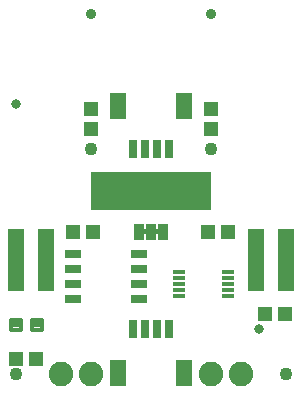
<source format=gts>
G75*
%MOIN*%
%OFA0B0*%
%FSLAX25Y25*%
%IPPOS*%
%LPD*%
%AMOC8*
5,1,8,0,0,1.08239X$1,22.5*
%
%ADD10C,0.04343*%
%ADD11C,0.03556*%
%ADD12R,0.40000X0.12500*%
%ADD13R,0.05131X0.04737*%
%ADD14R,0.05524X0.03162*%
%ADD15R,0.05524X0.08674*%
%ADD16R,0.03162X0.06115*%
%ADD17R,0.04737X0.05131*%
%ADD18R,0.03300X0.05800*%
%ADD19C,0.00500*%
%ADD20C,0.08200*%
%ADD21C,0.03300*%
%ADD22R,0.04331X0.01575*%
%ADD23C,0.01421*%
%ADD24R,0.05800X0.20800*%
D10*
X0133333Y0050000D03*
X0223333Y0050000D03*
X0198333Y0125000D03*
X0158333Y0125000D03*
D11*
X0158333Y0170000D03*
X0198333Y0170000D03*
D12*
X0178333Y0111250D03*
D13*
X0159180Y0097500D03*
X0152487Y0097500D03*
X0197487Y0097500D03*
X0204180Y0097500D03*
X0216487Y0070000D03*
X0223180Y0070000D03*
X0140180Y0055000D03*
X0133487Y0055000D03*
D14*
X0152310Y0075000D03*
X0152310Y0080000D03*
X0152310Y0085000D03*
X0152310Y0090000D03*
X0174357Y0090000D03*
X0174357Y0085000D03*
X0174357Y0080000D03*
X0174357Y0075000D03*
D15*
X0167310Y0050531D03*
X0189357Y0050531D03*
X0189357Y0139469D03*
X0167310Y0139469D03*
D16*
X0172428Y0125000D03*
X0176365Y0125000D03*
X0180302Y0125000D03*
X0184239Y0125000D03*
X0184239Y0065000D03*
X0180302Y0065000D03*
X0176365Y0065000D03*
X0172428Y0065000D03*
D17*
X0158333Y0131654D03*
X0158333Y0138346D03*
X0198333Y0138346D03*
X0198333Y0131654D03*
D18*
X0182333Y0097500D03*
X0178333Y0097500D03*
X0174333Y0097500D03*
D19*
X0175583Y0097344D02*
X0181083Y0097344D01*
X0181083Y0097000D02*
X0175583Y0097000D01*
X0175583Y0098000D01*
X0181083Y0098000D01*
X0181083Y0097000D01*
X0181083Y0097842D02*
X0175583Y0097842D01*
D20*
X0158333Y0050000D03*
X0148333Y0050000D03*
X0198333Y0050000D03*
X0208333Y0050000D03*
D21*
X0214333Y0065000D03*
X0133333Y0140000D03*
D22*
X0187762Y0083937D03*
X0187762Y0081969D03*
X0187762Y0080000D03*
X0187762Y0078031D03*
X0187762Y0076063D03*
X0203904Y0076063D03*
X0203904Y0078031D03*
X0203904Y0080000D03*
X0203904Y0081969D03*
X0203904Y0083937D03*
D23*
X0138628Y0068158D02*
X0138628Y0064842D01*
X0138628Y0068158D02*
X0141944Y0068158D01*
X0141944Y0064842D01*
X0138628Y0064842D01*
X0138628Y0066262D02*
X0141944Y0066262D01*
X0141944Y0067682D02*
X0138628Y0067682D01*
X0131723Y0068158D02*
X0131723Y0064842D01*
X0131723Y0068158D02*
X0135039Y0068158D01*
X0135039Y0064842D01*
X0131723Y0064842D01*
X0131723Y0066262D02*
X0135039Y0066262D01*
X0135039Y0067682D02*
X0131723Y0067682D01*
D24*
X0133333Y0088000D03*
X0143333Y0088000D03*
X0213333Y0088000D03*
X0223333Y0088000D03*
M02*

</source>
